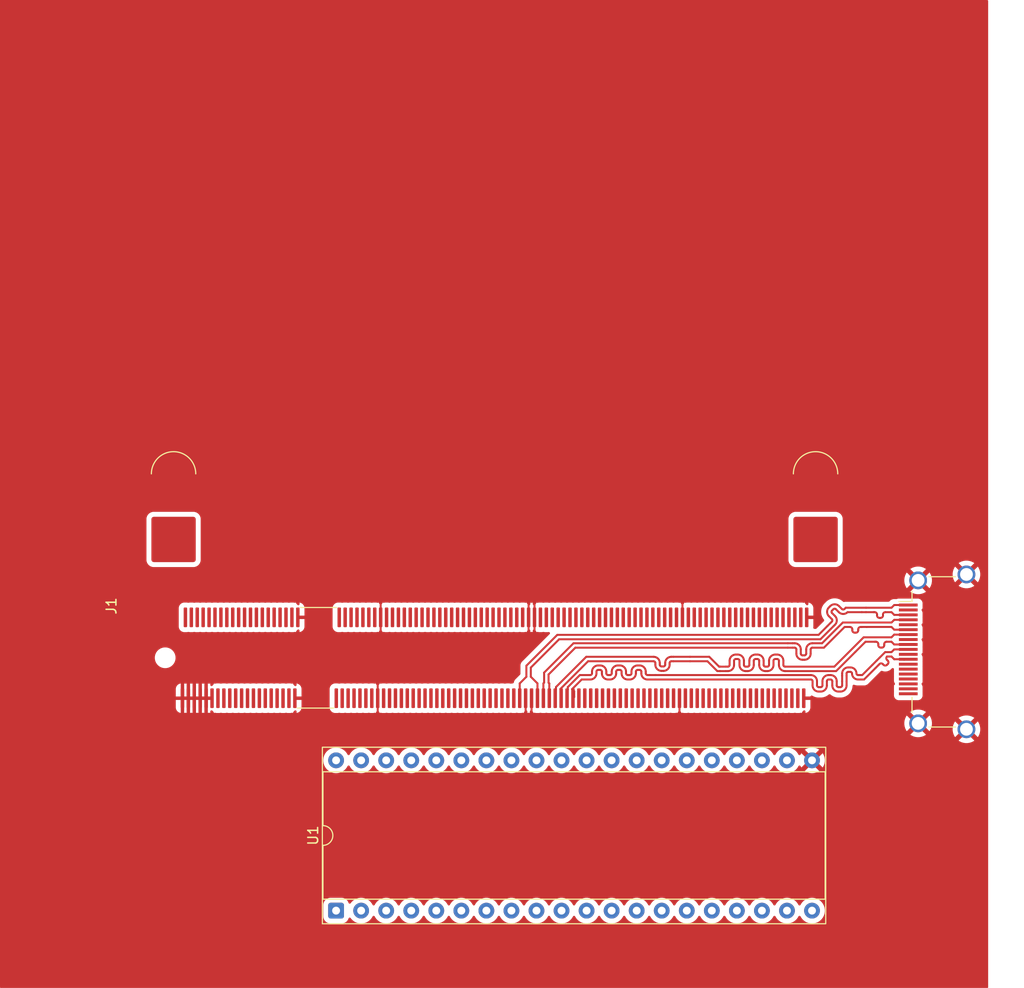
<source format=kicad_pcb>
(kicad_pcb (version 20241229) (generator "pcbnew") (generator_version "9.0")
  (layers (0 "F.Cu" signal) (2 "B.Cu" signal) (13 "F.Paste" user) (15 "B.Paste" user) (5 "F.SilkS" user "F.Silkscreen") (7 "B.SilkS" user "B.Silkscreen") (1 "F.Mask" user) (3 "B.Mask" user) (25 "Edge.Cuts" user))
  (net 0 "")
  (net 8 "GND")
  (net 21 "/HDMI_D1-")
  (net 43 "/HDMI_D0+")
  (net 45 "+5V")
  (net 87 "/HDMI_CK-")
  (net 115 "/HDMI_D2+")
  (net 121 "/HDMI_CK+")
  (net 145 "/HDMI_D1+")
  (net 174 "/HDMI_D2-")
  (net 176 "/HDMI_D0-")
  (net 179 "/CPU_A7")
  (net 180 "/CPU_A4")
  (net 181 "/CPU_~{RST}")
  (net 182 "/CPU_A3")
  (net 183 "/CPU_A6")
  (net 184 "/CPU_A11")
  (net 185 "/CPU_D6")
  (net 186 "/CPU_A14")
  (net 188 "/CPU_~{ML}")
  (net 189 "/CPU_A10")
  (net 190 "/CPU_E")
  (net 191 "/CPU_A13")
  (net 192 "/CPU_D3")
  (net 193 "/CPU_A12")
  (net 194 "/CPU_D0")
  (net 195 "/CPU_A1")
  (net 196 "/CPU_D1")
  (net 197 "/CPU_~{NMI}")
  (net 198 "/CPU_D2")
  (net 199 "/CPU_A2")
  (net 200 "/CPU_CLK")
  (net 201 "/CPU_~{IRQ}")
  (net 202 "/CPU_D5")
  (net 203 "/CPU_VDA")
  (net 204 "/CPU_A8")
  (net 205 "/CPU_A5")
  (net 206 "/CPU_D7")
  (net 207 "/CPU_D4")
  (net 208 "/CPU_VPA")
  (net 209 "/CPU_~{ABORT}")
  (net 210 "/CPU_A15")
  (net 211 "/CPU_~{VP}")
  (net 212 "/CPU_A0")
  (net 213 "/CPU_R{slash}~{W}")
  (net 214 "+3.3V")
  (net 215 "/CPU_A9")
  (net 216 "/CPU_BE")
  (net 217 "/CPU_MX")
  (footprint "components:TE_1473005-1_2x100_P0.6mm_Horizontal" (layer "F.Cu") (at 100.7 97.599999 90)
    (property "Reference" "J1")
    (property "Value" "SODIMM-200")
  )
  (footprint "Connector_Video:HDMI_A_Amphenol_10029449-x01xLF_Horizontal" (layer "F.Cu") (at 146 97 90)
    (property "Reference" "J2" (hide yes))
    (property "Value" "HDMI_A")
  )
  (footprint "Package_DIP:DIP-40_W15.24mm_Socket" (layer "F.Cu") (at 82.98 123.24 90)
    (property "Reference" "U1")
    (property "Value" "W65C816SxP")
  )
  (gr_rect (start 49 31) (end 149 131) (stroke (width 0.2)) (fill no) (layer "F.Cu") (net 8))
  (segment (start 87.2 101.7) (end 87.2 100.2) (width 0.2) (layer "F.Cu") (net 8))
  (segment (start 117.8 101.7) (end 117.8 103.7) (width 0.2) (layer "F.Cu") (net 8))
  (segment (start 102.8 101.7) (end 102.8 103.8) (width 0.2) (layer "F.Cu") (net 8))
  (segment (start 87.2 101.7) (end 87.2 103.3) (width 0.2) (layer "F.Cu") (net 8))
  (segment (start 103.1 93.5) (end 103.1 95) (width 0.2) (layer "F.Cu") (net 8))
  (segment (start 87.5 93.5) (end 87.5 92) (width 0.2) (layer "F.Cu") (net 8))
  (segment (start 102.2 101.7) (end 102.2 103.8) (width 0.2) (layer "F.Cu") (net 8))
  (segment (start 102.5 93.5) (end 102.5 91.5) (width 0.2) (layer "F.Cu") (net 8))
  (segment (start 118.1 93.5) (end 118.1 91.6) (width 0.2) (layer "F.Cu") (net 8))
  (segment (start 87.5 93.5) (end 87.5 95) (width 0.2) (layer "F.Cu") (net 8))
  (segment (start 103.1 93.5) (end 103.1 91.5) (width 0.2) (layer "F.Cu") (net 8))
  (segment (start 102.5 93.5) (end 102.5 95) (width 0.2) (layer "F.Cu") (net 8))
  (segment (start 131.102136 96.75099) (end 131.102136 97.17598) (width 0.2) (layer "F.Cu") (net 21))
  (segment (start 135.925469 94.813906) (end 135.925469 94.715) (width 0.2) (layer "F.Cu") (net 21))
  (segment (start 136.165469 94.475) (end 136.285469 94.475) (width 0.2) (layer "F.Cu") (net 21))
  (segment (start 139.299999 94.475) (end 139.574999 94.75) (width 0.2) (layer "F.Cu") (net 21))
  (segment (start 134.546666 94.475) (end 135.085469 94.475) (width 0.2) (layer "F.Cu") (net 21))
  (segment (start 129.652156 97.17598) (end 129.652156 96.75099) (width 0.2) (layer "F.Cu") (net 21))
  (segment (start 104.525 100.124999) (end 104.6 100.199999) (width 0.2) (layer "F.Cu") (net 21))
  (segment (start 139.574999 94.75) (end 141 94.75) (width 0.2) (layer "F.Cu") (net 21))
  (segment (start 107.242218 96.57598) (end 104.525 99.293198) (width 0.2) (layer "F.Cu") (net 21))
  (segment (start 128.782831 96.57598) (end 107.242218 96.57598) (width 0.2) (layer "F.Cu") (net 21))
  (segment (start 136.786138 94.475) (end 139.299999 94.475) (width 0.2) (layer "F.Cu") (net 21))
  (segment (start 129.277146 96.57598) (end 128.782831 96.57598) (width 0.2) (layer "F.Cu") (net 21))
  (segment (start 130.477146 97.80097) (end 130.277146 97.80097) (width 0.2) (layer "F.Cu") (net 21))
  (segment (start 104.525 99.293198) (end 104.525 100.124999) (width 0.2) (layer "F.Cu") (net 21))
  (segment (start 129.477146 96.57598) (end 129.277146 96.57598) (width 0.2) (layer "F.Cu") (net 21))
  (segment (start 135.565469 95.053906) (end 135.685469 95.053906) (width 0.2) (layer "F.Cu") (net 21))
  (segment (start 104.6 100.199999) (end 104.6 101.7) (width 0.2) (layer "F.Cu") (net 21))
  (segment (start 132.445686 96.57598) (end 134.546666 94.475) (width 0.2) (layer "F.Cu") (net 21))
  (segment (start 136.285469 94.475) (end 136.786138 94.475) (width 0.2) (layer "F.Cu") (net 21))
  (segment (start 135.325469 94.715) (end 135.325469 94.813906) (width 0.2) (layer "F.Cu") (net 21))
  (segment (start 131.277146 96.57598) (end 132.445686 96.57598) (width 0.2) (layer "F.Cu") (net 21))
  (arc (start 131.102136 97.17598) (mid 130.919081 97.617915) (end 130.477146 97.80097) (width 0.2) (layer "F.Cu") (net 21))
  (arc (start 135.685469 95.053906) (mid 135.855175 94.983612) (end 135.925469 94.813906) (width 0.2) (layer "F.Cu") (net 21))
  (arc (start 135.085469 94.475) (mid 135.255175 94.545294) (end 135.325469 94.715) (width 0.2) (layer "F.Cu") (net 21))
  (arc (start 131.277146 96.57598) (mid 131.153395 96.627239) (end 131.102136 96.75099) (width 0.2) (layer "F.Cu") (net 21))
  (arc (start 129.652156 96.75099) (mid 129.600897 96.627239) (end 129.477146 96.57598) (width 0.2) (layer "F.Cu") (net 21))
  (arc (start 135.925469 94.715) (mid 135.995763 94.545294) (end 136.165469 94.475) (width 0.2) (layer "F.Cu") (net 21))
  (arc (start 135.325469 94.813906) (mid 135.395763 94.983612) (end 135.565469 95.053906) (width 0.2) (layer "F.Cu") (net 21))
  (arc (start 130.277146 97.80097) (mid 129.835211 97.617915) (end 129.652156 97.17598) (width 0.2) (layer "F.Cu") (net 21))
  (segment (start 127.709096 97.27401) (end 127.509096 97.27401) (width 0.2) (layer "F.Cu") (net 43))
  (segment (start 115.80365 98.12599) (end 115.80365 98.30198) (width 0.2) (layer "F.Cu") (net 43))
  (segment (start 122.509096 98.5) (end 121.905965 98.5) (width 0.2) (layer "F.Cu") (net 43))
  (segment (start 126.883106 97.9) (end 126.883106 98.32599) (width 0.2) (layer "F.Cu") (net 43))
  (segment (start 118.869441 97.5) (end 120.818198 97.5) (width 0.2) (layer "F.Cu") (net 43))
  (segment (start 105.2 101.7) (end 105.2 100.875) (width 0.2) (layer "F.Cu") (net 43))
  (segment (start 120.818198 97.5) (end 121.819187 98.500989) (width 0.2) (layer "F.Cu") (net 43))
  (segment (start 122.883106 97.9) (end 122.883106 98.32599) (width 0.2) (layer "F.Cu") (net 43))
  (segment (start 116.35167 98.30198) (end 116.35167 98.12599) (width 0.2) (layer "F.Cu") (net 43))
  (segment (start 136.475 95.525) (end 133.5 98.5) (width 0.2) (layer "F.Cu") (net 43))
  (segment (start 117.17766 97.5) (end 118.869441 97.5) (width 0.2) (layer "F.Cu") (net 43))
  (segment (start 115.97766 98.47599) (end 116.17766 98.47599) (width 0.2) (layer "F.Cu") (net 43))
  (segment (start 121.904976 98.500989) (end 121.905965 98.5) (width 0.2) (layer "F.Cu") (net 43))
  (segment (start 139.574999 95.25) (end 139.299999 95.525) (width 0.2) (layer "F.Cu") (net 43))
  (segment (start 141 95.25) (end 139.574999 95.25) (width 0.2) (layer "F.Cu") (net 43))
  (segment (start 121.819187 98.500989) (end 121.904976 98.500989) (width 0.2) (layer "F.Cu") (net 43))
  (segment (start 123.709096 97.27401) (end 123.509096 97.27401) (width 0.2) (layer "F.Cu") (net 43))
  (segment (start 126.709096 98.5) (end 126.509096 98.5) (width 0.2) (layer "F.Cu") (net 43))
  (segment (start 122.709096 98.5) (end 122.509096 98.5) (width 0.2) (layer "F.Cu") (net 43))
  (segment (start 116.97766 97.5) (end 117.17766 97.5) (width 0.2) (layer "F.Cu") (net 43))
  (segment (start 124.335086 98.32599) (end 124.335086 97.9) (width 0.2) (layer "F.Cu") (net 43))
  (segment (start 105.275 100.8) (end 105.275 100.57027) (width 0.2) (layer "F.Cu") (net 43))
  (segment (start 139.299999 95.525) (end 136.475 95.525) (width 0.2) (layer "F.Cu") (net 43))
  (segment (start 125.709096 97.27401) (end 125.509096 97.27401) (width 0.2) (layer "F.Cu") (net 43))
  (segment (start 105.2 100.875) (end 105.275 100.8) (width 0.2) (layer "F.Cu") (net 43))
  (segment (start 105.275 100.57027) (end 108.34527 97.5) (width 0.2) (layer "F.Cu") (net 43))
  (segment (start 124.709096 98.5) (end 124.509096 98.5) (width 0.2) (layer "F.Cu") (net 43))
  (segment (start 108.34527 97.5) (end 115.17766 97.5) (width 0.2) (layer "F.Cu") (net 43))
  (segment (start 126.335086 98.32599) (end 126.335086 97.9) (width 0.2) (layer "F.Cu") (net 43))
  (segment (start 128.335086 98.32599) (end 128.335086 97.9) (width 0.2) (layer "F.Cu") (net 43))
  (segment (start 133.5 98.5) (end 128.509096 98.5) (width 0.2) (layer "F.Cu") (net 43))
  (segment (start 124.883106 97.9) (end 124.883106 98.32599) (width 0.2) (layer "F.Cu") (net 43))
  (arc (start 126.883106 98.32599) (mid 126.83214 98.449034) (end 126.709096 98.5) (width 0.2) (layer "F.Cu") (net 43))
  (arc (start 124.509096 98.5) (mid 124.386052 98.449034) (end 124.335086 98.32599) (width 0.2) (layer "F.Cu") (net 43))
  (arc (start 126.509096 98.5) (mid 126.386052 98.449034) (end 126.335086 98.32599) (width 0.2) (layer "F.Cu") (net 43))
  (arc (start 123.509096 97.27401) (mid 123.066454 97.457358) (end 122.883106 97.9) (width 0.2) (layer "F.Cu") (net 43))
  (arc (start 124.883106 98.32599) (mid 124.83214 98.449034) (end 124.709096 98.5) (width 0.2) (layer "F.Cu") (net 43))
  (arc (start 128.509096 98.5) (mid 128.386052 98.449034) (end 128.335086 98.32599) (width 0.2) (layer "F.Cu") (net 43))
  (arc (start 116.35167 98.12599) (mid 116.535018 97.683348) (end 116.97766 97.5) (width 0.2) (layer "F.Cu") (net 43))
  (arc (start 115.17766 97.5) (mid 115.620302 97.683348) (end 115.80365 98.12599) (width 0.2) (layer "F.Cu") (net 43))
  (arc (start 128.335086 97.9) (mid 128.151738 97.457358) (end 127.709096 97.27401) (width 0.2) (layer "F.Cu") (net 43))
  (arc (start 115.80365 98.30198) (mid 115.854616 98.425024) (end 115.97766 98.47599) (width 0.2) (layer "F.Cu") (net 43))
  (arc (start 122.883106 98.32599) (mid 122.83214 98.449034) (end 122.709096 98.5) (width 0.2) (layer "F.Cu") (net 43))
  (arc (start 127.509096 97.27401) (mid 127.066454 97.457358) (end 126.883106 97.9) (width 0.2) (layer "F.Cu") (net 43))
  (arc (start 125.509096 97.27401) (mid 125.066454 97.457358) (end 124.883106 97.9) (width 0.2) (layer "F.Cu") (net 43))
  (arc (start 124.335086 97.9) (mid 124.151738 97.457358) (end 123.709096 97.27401) (width 0.2) (layer "F.Cu") (net 43))
  (arc (start 116.17766 98.47599) (mid 116.300704 98.425024) (end 116.35167 98.30198) (width 0.2) (layer "F.Cu") (net 43))
  (arc (start 126.335086 97.9) (mid 126.151738 97.457358) (end 125.709096 97.27401) (width 0.2) (layer "F.Cu") (net 43))
  (segment (start 138.498987 98.318731) (end 138.418935 98.238679) (width 0.2) (layer "F.Cu") (net 87))
  (segment (start 111.931409 99.00298) (end 111.931409 99.17798) (width 0.2) (layer "F.Cu") (net 87))
  (segment (start 106.925 100.8) (end 106.925 100.762962) (width 0.2) (layer "F.Cu") (net 87))
  (segment (start 112.556409 99.80298) (end 112.756409 99.80298) (width 0.2) (layer "F.Cu") (net 87))
  (segment (start 114.556409 99.80298) (end 114.756409 99.80298) (width 0.2) (layer "F.Cu") (net 87))
  (segment (start 131.921324 101.02798) (end 132.121324 101.02798) (width 0.2) (layer "F.Cu") (net 87))
  (segment (start 113.381409 99.17798) (end 113.381409 99.00298) (width 0.2) (layer "F.Cu") (net 87))
  (segment (start 141 97.75) (end 139.574999 97.75) (width 0.2) (layer "F.Cu") (net 87))
  (segment (start 111.556409 98.82798) (end 111.756409 98.82798) (width 0.2) (layer "F.Cu") (net 87))
  (segment (start 110.556409 99.80298) (end 110.756409 99.80298) (width 0.2) (layer "F.Cu") (net 87))
  (segment (start 138.923251 98.233877) (end 138.838397 98.318732) (width 0.2) (layer "F.Cu") (net 87))
  (segment (start 139.299999 97.475) (end 139.053697 97.475) (width 0.2) (layer "F.Cu") (net 87))
  (segment (start 136.133824 99.80298) (end 136.515218 99.80298) (width 0.2) (layer "F.Cu") (net 87))
  (segment (start 107.884982 99.80298) (end 108.756409 99.80298) (width 0.2) (layer "F.Cu") (net 87))
  (segment (start 136.515218 99.80298) (end 137.684591 98.633607) (width 0.2) (layer "F.Cu") (net 87))
  (segment (start 107 101.7) (end 107.124 101.576) (width 0.2) (layer "F.Cu") (net 87))
  (segment (start 134.746324 99.97798) (end 134.746324 99.41548) (width 0.2) (layer "F.Cu") (net 87))
  (segment (start 139.053697 97.475) (end 138.843198 97.475) (width 0.2) (layer "F.Cu") (net 87))
  (segment (start 109.381409 99.17798) (end 109.381409 99.00298) (width 0.2) (layer "F.Cu") (net 87))
  (segment (start 107.124 101.576) (end 107.124 100.999) (width 0.2) (layer "F.Cu") (net 87))
  (segment (start 131.296324 99.97798) (end 131.296324 100.40298) (width 0.2) (layer "F.Cu") (net 87))
  (segment (start 113.556409 98.82798) (end 113.756409 98.82798) (width 0.2) (layer "F.Cu") (net 87))
  (segment (start 138.843198 97.814412) (end 138.923251 97.894465) (width 0.2) (layer "F.Cu") (net 87))
  (segment (start 107.124 100.999) (end 106.925 100.8) (width 0.2) (layer "F.Cu") (net 87))
  (segment (start 137.994669 98.32353) (end 137.684591 98.633607) (width 0.2) (layer "F.Cu") (net 87))
  (segment (start 109.931409 99.00298) (end 109.931409 99.17798) (width 0.2) (layer "F.Cu") (net 87))
  (segment (start 140.587397 97.799) (end 140.636397 97.75) (width 0.2) (layer "F.Cu") (net 87))
  (segment (start 109.556409 98.82798) (end 109.756409 98.82798) (width 0.2) (layer "F.Cu") (net 87))
  (segment (start 114.756409 99.80298) (end 115.370122 99.80298) (width 0.2) (layer "F.Cu") (net 87))
  (segment (start 132.746324 100.40298) (end 132.746324 99.97798) (width 0.2) (layer "F.Cu") (net 87))
  (segment (start 113.931409 99.00298) (end 113.931409 99.17798) (width 0.2) (layer "F.Cu") (net 87))
  (segment (start 134.746324 100.40298) (end 134.746324 99.97798) (width 0.2) (layer "F.Cu") (net 87))
  (segment (start 135.908824 99.80298) (end 136.133824 99.80298) (width 0.2) (layer "F.Cu") (net 87))
  (segment (start 133.921324 101.02798) (end 134.121324 101.02798) (width 0.2) (layer "F.Cu") (net 87))
  (segment (start 111.381409 99.17798) (end 111.381409 99.00298) (width 0.2) (layer "F.Cu") (net 87))
  (segment (start 139.574999 97.75) (end 139.299999 97.475) (width 0.2) (layer "F.Cu") (net 87))
  (segment (start 134.908824 99.02798) (end 135.133824 99.02798) (width 0.2) (layer "F.Cu") (net 87))
  (segment (start 106.925 100.762962) (end 107.884982 99.80298) (width 0.2) (layer "F.Cu") (net 87))
  (segment (start 115.370122 99.80298) (end 131.121324 99.80298) (width 0.2) (layer "F.Cu") (net 87))
  (segment (start 132.921324 99.80298) (end 133.121324 99.80298) (width 0.2) (layer "F.Cu") (net 87))
  (segment (start 134.746324 99.41548) (end 134.746324 99.19048) (width 0.2) (layer "F.Cu") (net 87))
  (segment (start 138.079523 98.238679) (end 137.994669 98.32353) (width 0.2) (layer "F.Cu") (net 87))
  (segment (start 133.296324 99.97798) (end 133.296324 100.40298) (width 0.2) (layer "F.Cu") (net 87))
  (arc (start 108.756409 99.80298) (mid 109.198351 99.619922) (end 109.381409 99.17798) (width 0.2) (layer "F.Cu") (net 87))
  (arc (start 109.756409 98.82798) (mid 109.880153 98.879236) (end 109.931409 99.00298) (width 0.2) (layer "F.Cu") (net 87))
  (arc (start 109.381409 99.00298) (mid 109.432665 98.879236) (end 109.556409 98.82798) (width 0.2) (layer "F.Cu") (net 87))
  (arc (start 133.296324 100.40298) (mid 133.479382 100.844922) (end 133.921324 101.02798) (width 0.2) (layer "F.Cu") (net 87))
  (arc (start 112.756409 99.80298) (mid 113.198351 99.619922) (end 113.381409 99.17798) (width 0.2) (layer "F.Cu") (net 87))
  (arc (start 138.843198 97.475) (mid 138.772902 97.644707) (end 138.843198 97.814412) (width 0.2) (layer "F.Cu") (net 87))
  (arc (start 111.381409 99.00298) (mid 111.432665 98.879236) (end 111.556409 98.82798) (width 0.2) (layer "F.Cu") (net 87))
  (arc (start 138.418935 98.238679) (mid 138.249228 98.168385) (end 138.079523 98.238679) (width 0.2) (layer "F.Cu") (net 87))
  (arc (start 110.756409 99.80298) (mid 111.198351 99.619922) (end 111.381409 99.17798) (width 0.2) (layer "F.Cu") (net 87))
  (arc (start 134.121324 101.02798) (mid 134.563266 100.844922) (end 134.746324 100.40298) (width 0.2) (layer "F.Cu") (net 87))
  (arc (start 135.296324 99.19048) (mid 135.475721 99.623583) (end 135.908824 99.80298) (width 0.2) (layer "F.Cu") (net 87))
  (arc (start 113.381409 99.00298) (mid 113.432665 98.879236) (end 113.556409 98.82798) (width 0.2) (layer "F.Cu") (net 87))
  (arc (start 132.121324 101.02798) (mid 132.563266 100.844922) (end 132.746324 100.40298) (width 0.2) (layer "F.Cu") (net 87))
  (arc (start 132.746324 99.97798) (mid 132.79758 99.854236) (end 132.921324 99.80298) (width 0.2) (layer "F.Cu") (net 87))
  (arc (start 133.121324 99.80298) (mid 133.245068 99.854236) (end 133.296324 99.97798) (width 0.2) (layer "F.Cu") (net 87))
  (arc (start 111.756409 98.82798) (mid 111.880153 98.879236) (end 111.931409 99.00298) (width 0.2) (layer "F.Cu") (net 87))
  (arc (start 113.756409 98.82798) (mid 113.880153 98.879236) (end 113.931409 99.00298) (width 0.2) (layer "F.Cu") (net 87))
  (arc (start 131.121324 99.80298) (mid 131.245068 99.854236) (end 131.296324 99.97798) (width 0.2) (layer "F.Cu") (net 87))
  (arc (start 111.931409 99.17798) (mid 112.114467 99.619922) (end 112.556409 99.80298) (width 0.2) (layer "F.Cu") (net 87))
  (arc (start 113.931409 99.17798) (mid 114.114467 99.619922) (end 114.556409 99.80298) (width 0.2) (layer "F.Cu") (net 87))
  (arc (start 138.923251 97.894465) (mid 138.993545 98.064172) (end 138.923251 98.233877) (width 0.2) (layer "F.Cu") (net 87))
  (arc (start 135.133824 99.02798) (mid 135.248729 99.075575) (end 135.296324 99.19048) (width 0.2) (layer "F.Cu") (net 87))
  (arc (start 134.746324 99.19048) (mid 134.793919 99.075575) (end 134.908824 99.02798) (width 0.2) (layer "F.Cu") (net 87))
  (arc (start 109.931409 99.17798) (mid 110.114467 99.619922) (end 110.556409 99.80298) (width 0.2) (layer "F.Cu") (net 87))
  (arc (start 131.296324 100.40298) (mid 131.479382 100.844922) (end 131.921324 101.02798) (width 0.2) (layer "F.Cu") (net 87))
  (arc (start 138.838397 98.318732) (mid 138.668693 98.389025) (end 138.498987 98.318731) (width 0.2) (layer "F.Cu") (net 87))
  (segment (start 133.110786 94.071015) (end 132.81362 94.368182) (width 0.2) (layer "F.Cu") (net 115))
  (segment (start 133.252206 93.929591) (end 133.110786 94.071015) (width 0.2) (layer "F.Cu") (net 115))
  (segment (start 132.81362 94.368182) (end 131.906802 95.275) (width 0.2) (layer "F.Cu") (net 115))
  (segment (start 139.299999 92.525) (end 136.715969 92.525) (width 0.2) (layer "F.Cu") (net 115))
  (segment (start 134.277512 92.656801) (end 133.976991 92.35628) (width 0.2) (layer "F.Cu") (net 115))
  (segment (start 105.406802 95.275) (end 102.275 98.406802) (width 0.2) (layer "F.Cu") (net 115))
  (segment (start 134.656802 92.525) (end 134.524999 92.656801) (width 0.2) (layer "F.Cu") (net 115))
  (segment (start 139.574999 92.25) (end 139.299999 92.525) (width 0.2) (layer "F.Cu") (net 115))
  (segment (start 141 92.25) (end 139.574999 92.25) (width 0.2) (layer "F.Cu") (net 115))
  (segment (start 131.906802 95.275) (end 105.406802 95.275) (width 0.2) (layer "F.Cu") (net 115))
  (segment (start 102.275 98.406802) (end 102.275 99.524999) (width 0.2) (layer "F.Cu") (net 115))
  (segment (start 132.951686 93.381584) (end 133.252206 93.682104) (width 0.2) (layer "F.Cu") (net 115))
  (segment (start 136.715969 92.525) (end 134.656802 92.525) (width 0.2) (layer "F.Cu") (net 115))
  (segment (start 133.093108 92.35628) (end 132.951686 92.497701) (width 0.2) (layer "F.Cu") (net 115))
  (segment (start 102.275 99.524999) (end 101.6 100.199999) (width 0.2) (layer "F.Cu") (net 115))
  (segment (start 101.6 100.199999) (end 101.6 101.7) (width 0.2) (layer "F.Cu") (net 115))
  (arc (start 134.524999 92.656801) (mid 134.401255 92.708057) (end 134.277512 92.656801) (width 0.2) (layer "F.Cu") (net 115))
  (arc (start 133.976991 92.35628) (mid 133.53505 92.173221) (end 133.093108 92.35628) (width 0.2) (layer "F.Cu") (net 115))
  (arc (start 132.951686 92.497701) (mid 132.768628 92.939642) (end 132.951686 93.381584) (width 0.2) (layer "F.Cu") (net 115))
  (arc (start 133.252206 93.682104) (mid 133.303462 93.805848) (end 133.252206 93.929591) (width 0.2) (layer "F.Cu") (net 115))
  (segment (start 133.746324 99.97798) (end 133.746324 100.40298) (width 0.2) (layer "F.Cu") (net 121))
  (segment (start 132.921324 99.35298) (end 133.121324 99.35298) (width 0.2) (layer "F.Cu") (net 121))
  (segment (start 112.931409 99.17798) (end 112.931409 99.00298) (width 0.2) (layer "F.Cu") (net 121))
  (segment (start 107.698586 99.35298) (end 108.756409 99.35298) (width 0.2) (layer "F.Cu") (net 121))
  (segment (start 132.296324 100.40298) (end 132.296324 99.97798) (width 0.2) (layer "F.Cu") (net 121))
  (segment (start 113.556409 98.37798) (end 113.756409 98.37798) (width 0.2) (layer "F.Cu") (net 121))
  (segment (start 136.328822 99.35298) (end 137.366393 98.315409) (width 0.2) (layer "F.Cu") (net 121))
  (segment (start 109.556409 98.37798) (end 109.756409 98.37798) (width 0.2) (layer "F.Cu") (net 121))
  (segment (start 135.908824 99.35298) (end 136.133824 99.35298) (width 0.2) (layer "F.Cu") (net 121))
  (segment (start 110.931409 99.17798) (end 110.931409 99.00298) (width 0.2) (layer "F.Cu") (net 121))
  (segment (start 139.574999 96.75) (end 139.299999 97.025) (width 0.2) (layer "F.Cu") (net 121))
  (segment (start 139.299999 97.025) (end 138.656802 97.025) (width 0.2) (layer "F.Cu") (net 121))
  (segment (start 138.656802 97.025) (end 138.10335 97.578452) (width 0.2) (layer "F.Cu") (net 121))
  (segment (start 108.931409 99.17798) (end 108.931409 99.00298) (width 0.2) (layer "F.Cu") (net 121))
  (segment (start 141 96.75) (end 139.574999 96.75) (width 0.2) (layer "F.Cu") (net 121))
  (segment (start 131.921324 100.57798) (end 132.121324 100.57798) (width 0.2) (layer "F.Cu") (net 121))
  (segment (start 106.475 100.8) (end 106.475 100.576566) (width 0.2) (layer "F.Cu") (net 121))
  (segment (start 134.296324 100.40298) (end 134.296324 99.97798) (width 0.2) (layer "F.Cu") (net 121))
  (segment (start 138.10335 97.578452) (end 137.798909 97.882893) (width 0.2) (layer "F.Cu") (net 121))
  (segment (start 134.296324 99.97798) (end 134.296324 99.41548) (width 0.2) (layer "F.Cu") (net 121))
  (segment (start 134.908824 98.57798) (end 135.133824 98.57798) (width 0.2) (layer "F.Cu") (net 121))
  (segment (start 106.4 101.7) (end 106.4 100.875) (width 0.2) (layer "F.Cu") (net 121))
  (segment (start 112.556409 99.35298) (end 112.756409 99.35298) (width 0.2) (layer "F.Cu") (net 121))
  (segment (start 133.921324 100.57798) (end 134.121324 100.57798) (width 0.2) (layer "F.Cu") (net 121))
  (segment (start 136.133824 99.35298) (end 136.328822 99.35298) (width 0.2) (layer "F.Cu") (net 121))
  (segment (start 115.370122 99.35298) (end 131.121324 99.35298) (width 0.2) (layer "F.Cu") (net 121))
  (segment (start 111.556409 98.37798) (end 111.756409 98.37798) (width 0.2) (layer "F.Cu") (net 121))
  (segment (start 106.475 100.576566) (end 107.698586 99.35298) (width 0.2) (layer "F.Cu") (net 121))
  (segment (start 114.381409 99.00298) (end 114.381409 99.17798) (width 0.2) (layer "F.Cu") (net 121))
  (segment (start 137.798909 97.882893) (end 137.366393 98.315409) (width 0.2) (layer "F.Cu") (net 121))
  (segment (start 110.381409 99.00298) (end 110.381409 99.17798) (width 0.2) (layer "F.Cu") (net 121))
  (segment (start 134.296324 99.41548) (end 134.296324 99.19048) (width 0.2) (layer "F.Cu") (net 121))
  (segment (start 114.756409 99.35298) (end 115.370122 99.35298) (width 0.2) (layer "F.Cu") (net 121))
  (segment (start 131.746324 99.97798) (end 131.746324 100.40298) (width 0.2) (layer "F.Cu") (net 121))
  (segment (start 114.556409 99.35298) (end 114.756409 99.35298) (width 0.2) (layer "F.Cu") (net 121))
  (segment (start 106.4 100.875) (end 106.475 100.8) (width 0.2) (layer "F.Cu") (net 121))
  (segment (start 112.381409 99.00298) (end 112.381409 99.17798) (width 0.2) (layer "F.Cu") (net 121))
  (segment (start 110.556409 99.35298) (end 110.756409 99.35298) (width 0.2) (layer "F.Cu") (net 121))
  (arc (start 112.931409 99.00298) (mid 113.114467 98.561038) (end 113.556409 98.37798) (width 0.2) (layer "F.Cu") (net 121))
  (arc (start 133.746324 100.40298) (mid 133.79758 100.526724) (end 133.921324 100.57798) (width 0.2) (layer "F.Cu") (net 121))
  (arc (start 110.381409 99.17798) (mid 110.432665 99.301724) (end 110.556409 99.35298) (width 0.2) (layer "F.Cu") (net 121))
  (arc (start 108.931409 99.00298) (mid 109.114467 98.561038) (end 109.556409 98.37798) (width 0.2) (layer "F.Cu") (net 121))
  (arc (start 131.746324 100.40298) (mid 131.79758 100.526724) (end 131.921324 100.57798) (width 0.2) (layer "F.Cu") (net 121))
  (arc (start 111.756409 98.37798) (mid 112.198351 98.561038) (end 112.381409 99.00298) (width 0.2) (layer "F.Cu") (net 121))
  (arc (start 109.756409 98.37798) (mid 110.198351 98.561038) (end 110.381409 99.00298) (width 0.2) (layer "F.Cu") (net 121))
  (arc (start 110.931409 99.00298) (mid 111.114467 98.561038) (end 111.556409 98.37798) (width 0.2) (layer "F.Cu") (net 121))
  (arc (start 134.121324 100.57798) (mid 134.245068 100.526724) (end 134.296324 100.40298) (width 0.2) (layer "F.Cu") (net 121))
  (arc (start 132.121324 100.57798) (mid 132.245068 100.526724) (end 132.296324 100.40298) (width 0.2) (layer "F.Cu") (net 121))
  (arc (start 134.296324 99.19048) (mid 134.475721 98.757377) (end 134.908824 98.57798) (width 0.2) (layer "F.Cu") (net 121))
  (arc (start 112.381409 99.17798) (mid 112.432665 99.301724) (end 112.556409 99.35298) (width 0.2) (layer "F.Cu") (net 121))
  (arc (start 112.756409 99.35298) (mid 112.880153 99.301724) (end 112.931409 99.17798) (width 0.2) (layer "F.Cu") (net 121))
  (arc (start 114.381409 99.17798) (mid 114.432665 99.301724) (end 114.556409 99.35298) (width 0.2) (layer "F.Cu") (net 121))
  (arc (start 133.121324 99.35298) (mid 133.563266 99.536038) (end 133.746324 99.97798) (width 0.2) (layer "F.Cu") (net 121))
  (arc (start 135.746324 99.19048) (mid 135.793919 99.305385) (end 135.908824 99.35298) (width 0.2) (layer "F.Cu") (net 121))
  (arc (start 110.756409 99.35298) (mid 110.880153 99.301724) (end 110.931409 99.17798) (width 0.2) (layer "F.Cu") (net 121))
  (arc (start 135.133824 98.57798) (mid 135.566927 98.757377) (end 135.746324 99.19048) (width 0.2) (layer "F.Cu") (net 121))
  (arc (start 131.121324 99.35298) (mid 131.563266 99.536038) (end 131.746324 99.97798) (width 0.2) (layer "F.Cu") (net 121))
  (arc (start 113.756409 98.37798) (mid 114.198351 98.561038) (end 114.381409 99.00298) (width 0.2) (layer "F.Cu") (net 121))
  (arc (start 132.296324 99.97798) (mid 132.479382 99.536038) (end 132.921324 99.35298) (width 0.2) (layer "F.Cu") (net 121))
  (arc (start 108.756409 99.35298) (mid 108.880153 99.301724) (end 108.931409 99.17798) (width 0.2) (layer "F.Cu") (net 121))
  (segment (start 139.299999 94.025) (end 134.360298 94.025) (width 0.2) (layer "F.Cu") (net 145))
  (segment (start 104.075 100.124999) (end 104 100.199999) (width 0.2) (layer "F.Cu") (net 145))
  (segment (start 134.360298 94.025) (end 132.259298 96.126) (width 0.2) (layer "F.Cu") (net 145))
  (segment (start 104.075 99.106802) (end 104.075 100.124999) (width 0.2) (layer "F.Cu") (net 145))
  (segment (start 132.259298 96.126) (end 131.277146 96.126) (width 0.2) (layer "F.Cu") (net 145))
  (segment (start 141 93.75) (end 139.574999 93.75) (width 0.2) (layer "F.Cu") (net 145))
  (segment (start 107.055802 96.126) (end 104.075 99.106802) (width 0.2) (layer "F.Cu") (net 145))
  (segment (start 130.652156 96.75099) (end 130.652156 97.17598) (width 0.2) (layer "F.Cu") (net 145))
  (segment (start 129.477146 96.126) (end 129.277146 96.126) (width 0.2) (layer "F.Cu") (net 145))
  (segment (start 130.477146 97.35099) (end 130.277146 97.35099) (width 0.2) (layer "F.Cu") (net 145))
  (segment (start 104 100.199999) (end 104 101.7) (width 0.2) (layer "F.Cu") (net 145))
  (segment (start 130.102136 97.17598) (end 130.102136 96.75099) (width 0.2) (layer "F.Cu") (net 145))
  (segment (start 128.782831 96.126) (end 107.055802 96.126) (width 0.2) (layer "F.Cu") (net 145))
  (segment (start 129.277146 96.126) (end 128.782831 96.126) (width 0.2) (layer "F.Cu") (net 145))
  (segment (start 139.574999 93.75) (end 139.299999 94.025) (width 0.2) (layer "F.Cu") (net 145))
  (arc (start 130.652156 97.17598) (mid 130.600897 97.299731) (end 130.477146 97.35099) (width 0.2) (layer "F.Cu") (net 145))
  (arc (start 130.277146 97.35099) (mid 130.153395 97.299731) (end 130.102136 97.17598) (width 0.2) (layer "F.Cu") (net 145))
  (arc (start 130.102136 96.75099) (mid 129.919081 96.309055) (end 129.477146 96.126) (width 0.2) (layer "F.Cu") (net 145))
  (arc (start 131.277146 96.126) (mid 130.835211 96.309055) (end 130.652156 96.75099) (width 0.2) (layer "F.Cu") (net 145))
  (segment (start 139.574999 93.25) (end 139.299999 92.975) (width 0.2) (layer "F.Cu") (net 174))
  (segment (start 132.093198 95.725) (end 105.593198 95.725) (width 0.2) (layer "F.Cu") (net 174))
  (segment (start 133.570404 94.24779) (end 133.428984 94.389213) (width 0.2) (layer "F.Cu") (net 174))
  (segment (start 102.725 98.593198) (end 102.725 99.524999) (width 0.2) (layer "F.Cu") (net 174))
  (segment (start 136.715969 92.975) (end 136.282236 92.975) (width 0.2) (layer "F.Cu") (net 174))
  (segment (start 141 93.25) (end 139.574999 93.25) (width 0.2) (layer "F.Cu") (net 174))
  (segment (start 105.593198 95.725) (end 102.725 98.593198) (width 0.2) (layer "F.Cu") (net 174))
  (segment (start 139.299999 92.975) (end 138.675771 92.975) (width 0.2) (layer "F.Cu") (net 174))
  (segment (start 133.959314 92.975) (end 133.658793 92.674479) (width 0.2) (layer "F.Cu") (net 174))
  (segment (start 137.475771 92.975) (end 136.715969 92.975) (width 0.2) (layer "F.Cu") (net 174))
  (segment (start 136.282236 92.975) (end 134.843198 92.975) (width 0.2) (layer "F.Cu") (net 174))
  (segment (start 138.435771 93.215) (end 138.435771 93.313855) (width 0.2) (layer "F.Cu") (net 174))
  (segment (start 133.131818 94.68638) (end 132.093198 95.725) (width 0.2) (layer "F.Cu") (net 174))
  (segment (start 137.835771 93.313855) (end 137.835771 93.215) (width 0.2) (layer "F.Cu") (net 174))
  (segment (start 103.4 100.199999) (end 103.4 101.7) (width 0.2) (layer "F.Cu") (net 174))
  (segment (start 102.725 99.524999) (end 103.4 100.199999) (width 0.2) (layer "F.Cu") (net 174))
  (segment (start 137.595771 92.975) (end 137.475771 92.975) (width 0.2) (layer "F.Cu") (net 174))
  (segment (start 133.411306 92.674479) (end 133.269884 92.8159) (width 0.2) (layer "F.Cu") (net 174))
  (segment (start 133.269884 93.063387) (end 133.570404 93.363907) (width 0.2) (layer "F.Cu") (net 174))
  (segment (start 138.195771 93.553855) (end 138.075771 93.553855) (width 0.2) (layer "F.Cu") (net 174))
  (segment (start 133.428984 94.389213) (end 133.131818 94.68638) (width 0.2) (layer "F.Cu") (net 174))
  (arc (start 133.269884 92.8159) (mid 133.218628 92.939643) (end 133.269884 93.063387) (width 0.2) (layer "F.Cu") (net 174))
  (arc (start 138.675771 92.975) (mid 138.506065 93.045294) (end 138.435771 93.215) (width 0.2) (layer "F.Cu") (net 174))
  (arc (start 138.435771 93.313855) (mid 138.365477 93.483561) (end 138.195771 93.553855) (width 0.2) (layer "F.Cu") (net 174))
  (arc (start 138.075771 93.553855) (mid 137.906065 93.483561) (end 137.835771 93.313855) (width 0.2) (layer "F.Cu") (net 174))
  (arc (start 133.570404 93.363907) (mid 133.753462 93.805849) (end 133.570404 94.24779) (width 0.2) (layer "F.Cu") (net 174))
  (arc (start 137.835771 93.215) (mid 137.765477 93.045294) (end 137.595771 92.975) (width 0.2) (layer "F.Cu") (net 174))
  (arc (start 134.843198 92.975) (mid 134.401256 93.158058) (end 133.959314 92.975) (width 0.2) (layer "F.Cu") (net 174))
  (arc (start 133.658793 92.674479) (mid 133.53505 92.623222) (end 133.411306 92.674479) (width 0.2) (layer "F.Cu") (net 174))
  (segment (start 116.80365 98.30198) (end 116.80365 98.12599) (width 0.2) (layer "F.Cu") (net 176))
  (segment (start 123.335086 97.9) (end 123.335086 98.32599) (width 0.2) (layer "F.Cu") (net 176))
  (segment (start 133.684414 98.95198) (end 128.509096 98.95198) (width 0.2) (layer "F.Cu") (net 176))
  (segment (start 115.97766 98.92797) (end 116.17766 98.92797) (width 0.2) (layer "F.Cu") (net 176))
  (segment (start 116.97766 97.95198) (end 117.17766 97.95198) (width 0.2) (layer "F.Cu") (net 176))
  (segment (start 105.8 100.875) (end 105.725 100.8) (width 0.2) (layer "F.Cu") (net 176))
  (segment (start 122.509096 98.95198) (end 121.905965 98.95198) (width 0.2) (layer "F.Cu") (net 176))
  (segment (start 117.17766 97.95198) (end 118.869441 97.95198) (width 0.2) (layer "F.Cu") (net 176))
  (segment (start 124.709096 98.95198) (end 124.509096 98.95198) (width 0.2) (layer "F.Cu") (net 176))
  (segment (start 127.883106 98.32599) (end 127.883106 97.9) (width 0.2) (layer "F.Cu") (net 176))
  (segment (start 138.561746 96.215) (end 138.561746 96.328218) (width 0.2) (layer "F.Cu") (net 176))
  (segment (start 141 96.25) (end 139.574999 96.25) (width 0.2) (layer "F.Cu") (net 176))
  (segment (start 126.709096 98.95198) (end 126.509096 98.95198) (width 0.2) (layer "F.Cu") (net 176))
  (segment (start 135.625332 97.011062) (end 133.684414 98.95198) (width 0.2) (layer "F.Cu") (net 176))
  (segment (start 105.8 101.7) (end 105.8 100.875) (width 0.2) (layer "F.Cu") (net 176))
  (segment (start 121.632793 98.950991) (end 121.904976 98.950991) (width 0.2) (layer "F.Cu") (net 176))
  (segment (start 137.601746 95.975) (end 136.661394 95.975) (width 0.2) (layer "F.Cu") (net 176))
  (segment (start 139.299999 95.975) (end 138.801746 95.975) (width 0.2) (layer "F.Cu") (net 176))
  (segment (start 120.633782 97.95198) (end 121.632793 98.950991) (width 0.2) (layer "F.Cu") (net 176))
  (segment (start 125.709096 97.72599) (end 125.509096 97.72599) (width 0.2) (layer "F.Cu") (net 176))
  (segment (start 138.321746 96.568218) (end 138.201746 96.568218) (width 0.2) (layer "F.Cu") (net 176))
  (segment (start 118.869441 97.95198) (end 120.633782 97.95198) (width 0.2) (layer "F.Cu") (net 176))
  (segment (start 123.883106 98.32599) (end 123.883106 97.9) (width 0.2) (layer "F.Cu") (net 176))
  (segment (start 108.532486 97.95198) (end 115.17766 97.95198) (width 0.2) (layer "F.Cu") (net 176))
  (segment (start 105.725 100.759466) (end 108.532486 97.95198) (width 0.2) (layer "F.Cu") (net 176))
  (segment (start 137.961746 96.328218) (end 137.961746 96.215) (width 0.2) (layer "F.Cu") (net 176))
  (segment (start 139.574999 96.25) (end 139.299999 95.975) (width 0.2) (layer "F.Cu") (net 176))
  (segment (start 127.709096 97.72599) (end 127.509096 97.72599) (width 0.2) (layer "F.Cu") (net 176))
  (segment (start 127.335086 97.9) (end 127.335086 98.32599) (width 0.2) (layer "F.Cu") (net 176))
  (segment (start 115.35167 98.12599) (end 115.35167 98.30198) (width 0.2) (layer "F.Cu") (net 176))
  (segment (start 125.335086 97.9) (end 125.335086 98.32599) (width 0.2) (layer "F.Cu") (net 176))
  (segment (start 136.661394 95.975) (end 135.625332 97.011062) (width 0.2) (layer "F.Cu") (net 176))
  (segment (start 105.725 100.8) (end 105.725 100.759466) (width 0.2) (layer "F.Cu") (net 176))
  (segment (start 137.721746 95.975) (end 137.601746 95.975) (width 0.2) (layer "F.Cu") (net 176))
  (segment (start 125.883106 98.32599) (end 125.883106 97.9) (width 0.2) (layer "F.Cu") (net 176))
  (segment (start 121.904976 98.950991) (end 121.905965 98.95198) (width 0.2) (layer "F.Cu") (net 176))
  (segment (start 123.709096 97.72599) (end 123.509096 97.72599) (width 0.2) (layer "F.Cu") (net 176))
  (segment (start 122.709096 98.95198) (end 122.509096 98.95198) (width 0.2) (layer "F.Cu") (net 176))
  (arc (start 123.509096 97.72599) (mid 123.386052 97.776956) (end 123.335086 97.9) (width 0.2) (layer "F.Cu") (net 176))
  (arc (start 125.335086 98.32599) (mid 125.151738 98.768632) (end 124.709096 98.95198) (width 0.2) (layer "F.Cu") (net 176))
  (arc (start 115.35167 98.30198) (mid 115.535018 98.744622) (end 115.97766 98.92797) (width 0.2) (layer "F.Cu") (net 176))
  (arc (start 125.509096 97.72599) (mid 125.386052 97.776956) (end 125.335086 97.9) (width 0.2) (layer "F.Cu") (net 176))
  (arc (start 127.509096 97.72599) (mid 127.386052 97.776956) (end 127.335086 97.9) (width 0.2) (layer "F.Cu") (net 176))
  (arc (start 127.335086 98.32599) (mid 127.151738 98.768632) (end 126.709096 98.95198) (width 0.2) (layer "F.Cu") (net 176))
  (arc (start 127.883106 97.9) (mid 127.83214 97.776956) (end 127.709096 97.72599) (width 0.2) (layer "F.Cu") (net 176))
  (arc (start 123.335086 98.32599) (mid 123.151738 98.768632) (end 122.709096 98.95198) (width 0.2) (layer "F.Cu") (net 176))
  (arc (start 128.509096 98.95198) (mid 128.066454 98.768632) (end 127.883106 98.32599) (width 0.2) (layer "F.Cu") (net 176))
  (arc (start 123.883106 97.9) (mid 123.83214 97.776956) (end 123.709096 97.72599) (width 0.2) (layer "F.Cu") (net 176))
  (arc (start 137.961746 96.215) (mid 137.891452 96.045294) (end 137.721746 95.975) (width 0.2) (layer "F.Cu") (net 176))
  (arc (start 125.883106 97.9) (mid 125.83214 97.776956) (end 125.709096 97.72599) (width 0.2) (layer "F.Cu") (net 176))
  (arc (start 138.801746 95.975) (mid 138.63204 96.045294) (end 138.561746 96.215) (width 0.2) (layer "F.Cu") (net 176))
  (arc (start 126.509096 98.95198) (mid 126.066454 98.768632) (end 125.883106 98.32599) (width 0.2) (layer "F.Cu") (net 176))
  (arc (start 116.17766 98.92797) (mid 116.620302 98.744622) (end 116.80365 98.30198) (width 0.2) (layer "F.Cu") (net 176))
  (arc (start 138.201746 96.568218) (mid 138.03204 96.497924) (end 137.961746 96.328218) (width 0.2) (layer "F.Cu") (net 176))
  (arc (start 124.509096 98.95198) (mid 124.066454 98.768632) (end 123.883106 98.32599) (width 0.2) (layer "F.Cu") (net 176))
  (arc (start 138.561746 96.328218) (mid 138.491452 96.497924) (end 138.321746 96.568218) (width 0.2) (layer "F.Cu") (net 176))
  (arc (start 116.80365 98.12599) (mid 116.854616 98.002946) (end 116.97766 97.95198) (width 0.2) (layer "F.Cu") (net 176))
  (arc (start 115.17766 97.95198) (mid 115.300704 98.002946) (end 115.35167 98.12599) (width 0.2) (layer "F.Cu") (net 176))
  (zone (net 8) (net_name "GND") (layer "F.Cu") (connect_pads (clearance 0.5)) (min_thickness 0.25) (fill yes (thermal_gap 0.5) (thermal_bridge_width 0.5))
    (polygon (pts (xy 49 31) (xy 49 131) (xy 149 131) (xy 149 31)))
  )
)
</source>
